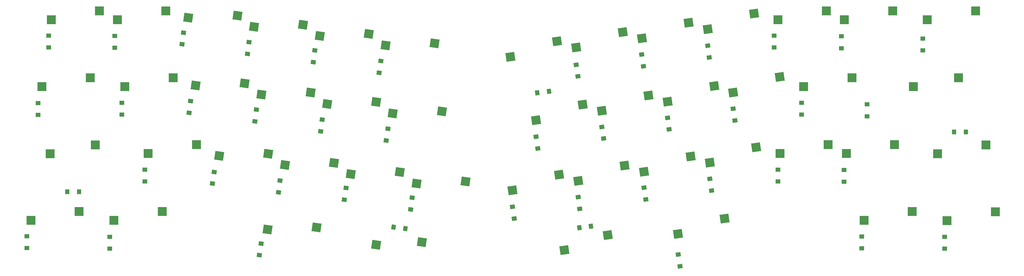
<source format=gbp>
G04 #@! TF.GenerationSoftware,KiCad,Pcbnew,(5.99.0-9176-ga1730d51ff)*
G04 #@! TF.CreationDate,2021-11-18T23:05:27-06:00*
G04 #@! TF.ProjectId,Concerto,436f6e63-6572-4746-9f2e-6b696361645f,rev?*
G04 #@! TF.SameCoordinates,Original*
G04 #@! TF.FileFunction,Paste,Bot*
G04 #@! TF.FilePolarity,Positive*
%FSLAX46Y46*%
G04 Gerber Fmt 4.6, Leading zero omitted, Abs format (unit mm)*
G04 Created by KiCad (PCBNEW (5.99.0-9176-ga1730d51ff)) date 2021-11-18 23:05:27*
%MOMM*%
%LPD*%
G01*
G04 APERTURE LIST*
G04 Aperture macros list*
%AMRotRect*
0 Rectangle, with rotation*
0 The origin of the aperture is its center*
0 $1 length*
0 $2 width*
0 $3 Rotation angle, in degrees counterclockwise*
0 Add horizontal line*
21,1,$1,$2,0,0,$3*%
G04 Aperture macros list end*
%ADD10R,2.550000X2.500000*%
%ADD11RotRect,2.550000X2.500000X352.000000*%
%ADD12RotRect,2.550000X2.500000X8.000000*%
%ADD13RotRect,1.200000X1.400000X98.000000*%
%ADD14R,1.400000X1.200000*%
%ADD15RotRect,1.200000X1.400000X188.000000*%
%ADD16RotRect,1.200000X1.400000X82.000000*%
%ADD17R,1.200000X1.400000*%
%ADD18RotRect,1.200000X1.400000X172.000000*%
G04 APERTURE END LIST*
D10*
X300790000Y-113160000D03*
X286940000Y-115700000D03*
D11*
X152225786Y-98184837D03*
X138157073Y-98772570D03*
X168955786Y-81314837D03*
X154887073Y-81902570D03*
D12*
X242371787Y-119124039D03*
X229010074Y-123566868D03*
D10*
X112790000Y-93920000D03*
X98940000Y-96460000D03*
D12*
X237538147Y-139126389D03*
X225090451Y-143440761D03*
D10*
X85820000Y-132390000D03*
X71970000Y-134930000D03*
D11*
X196685786Y-123704837D03*
X182617073Y-124292570D03*
D12*
X268081787Y-96304039D03*
X254720074Y-100746868D03*
D11*
X189895786Y-103534837D03*
X175827073Y-104122570D03*
D12*
X249211787Y-98974039D03*
X235850074Y-103416868D03*
X223531787Y-121794039D03*
X210170074Y-126236868D03*
D10*
X110680000Y-74670000D03*
X96830000Y-77210000D03*
D11*
X177835786Y-121024837D03*
X163767073Y-121612570D03*
X158955786Y-118394837D03*
X144887073Y-118982570D03*
D12*
X286901787Y-93664039D03*
X273540074Y-98106868D03*
D10*
X119460000Y-113160000D03*
X105610000Y-115700000D03*
X348730000Y-132410000D03*
X334880000Y-134950000D03*
D11*
X187835786Y-83974837D03*
X173767073Y-84562570D03*
X140085786Y-115744837D03*
X126017073Y-116332570D03*
D12*
X271011787Y-134374040D03*
X257650074Y-138816869D03*
D11*
X133325786Y-95554837D03*
X119257073Y-96142570D03*
D12*
X230331787Y-101624039D03*
X216970074Y-106066868D03*
D11*
X150065786Y-78674837D03*
X135997073Y-79262570D03*
D10*
X109650000Y-132390000D03*
X95800000Y-134930000D03*
X319290000Y-74690000D03*
X305440000Y-77230000D03*
D12*
X241801787Y-80769070D03*
X228440074Y-85211899D03*
D10*
X300260000Y-74670000D03*
X286410000Y-77210000D03*
D12*
X222961787Y-83419070D03*
X209600074Y-87861899D03*
D11*
X131225786Y-76014837D03*
X117157073Y-76602570D03*
X171075786Y-100864837D03*
X157007073Y-101452570D03*
D10*
X324900000Y-132390000D03*
X311050000Y-134930000D03*
D12*
X261291787Y-116504039D03*
X247930074Y-120946868D03*
D11*
X153945786Y-136924837D03*
X139877073Y-137512570D03*
D12*
X279551787Y-75459070D03*
X266190074Y-79901899D03*
D10*
X343095000Y-74690000D03*
X329245000Y-77230000D03*
D11*
X184202145Y-141182487D03*
X171047450Y-141898678D03*
D10*
X307620000Y-93950000D03*
X293770000Y-96490000D03*
D12*
X260671787Y-78119070D03*
X247310074Y-82561899D03*
D10*
X88980000Y-93940000D03*
X75130000Y-96480000D03*
X91660000Y-74660000D03*
X77810000Y-77200000D03*
X338192000Y-93945550D03*
X325265000Y-96485550D03*
X346040000Y-113180000D03*
X332190000Y-115720000D03*
D12*
X280141787Y-113854039D03*
X266780074Y-118296868D03*
D10*
X90442000Y-113205550D03*
X77515000Y-115745550D03*
X319840000Y-113170000D03*
X305990000Y-115710000D03*
D13*
X229496844Y-131601931D03*
X229023656Y-128235019D03*
D14*
X305370000Y-123807500D03*
X305370000Y-120407500D03*
D13*
X236316844Y-111381931D03*
X235843656Y-108015019D03*
D15*
X232723456Y-136543406D03*
X229356544Y-137016594D03*
D16*
X137523157Y-144911931D03*
X137996345Y-141545019D03*
D13*
X267316844Y-126331931D03*
X266843656Y-122965019D03*
X247756844Y-90581931D03*
X247283656Y-87215019D03*
D16*
X124063406Y-124343456D03*
X124536594Y-120976544D03*
X115303157Y-84291931D03*
X115776345Y-80925019D03*
D14*
X293130000Y-104487500D03*
X293130000Y-101087500D03*
D16*
X155093157Y-109331931D03*
X155566345Y-105965019D03*
D14*
X96030000Y-85267500D03*
X96030000Y-81867500D03*
D16*
X180933157Y-131781931D03*
X181406345Y-128415019D03*
D17*
X85830000Y-126680000D03*
X82430000Y-126680000D03*
D14*
X94560000Y-142997500D03*
X94560000Y-139597500D03*
D13*
X210646844Y-134351931D03*
X210173656Y-130985019D03*
X217436844Y-114241931D03*
X216963656Y-110875019D03*
D16*
X134113157Y-87021931D03*
X134586345Y-83655019D03*
X171903157Y-92451931D03*
X172376345Y-89085019D03*
D14*
X77050000Y-85217500D03*
X77050000Y-81817500D03*
X286330000Y-123747500D03*
X286330000Y-120347500D03*
X73990000Y-104617500D03*
X73990000Y-101217500D03*
X310400000Y-142977500D03*
X310400000Y-139577500D03*
X304600000Y-85407500D03*
X304600000Y-82007500D03*
D13*
X266656844Y-88081931D03*
X266183656Y-84715019D03*
D16*
X152993157Y-89421931D03*
X153466345Y-86055019D03*
D13*
X273996844Y-106171931D03*
X273523656Y-102805019D03*
D14*
X334210000Y-143027500D03*
X334210000Y-139627500D03*
X285250000Y-85197500D03*
X285250000Y-81797500D03*
D15*
X220653456Y-97793406D03*
X217286544Y-98266594D03*
D17*
X336900000Y-109460000D03*
X340300000Y-109460000D03*
D14*
X98100000Y-104527500D03*
X98100000Y-101127500D03*
D13*
X228966844Y-93531931D03*
X228493656Y-90165019D03*
D14*
X311930000Y-104970000D03*
X311930000Y-101570000D03*
D16*
X161933157Y-128961931D03*
X162406345Y-125595019D03*
D14*
X104710000Y-123747500D03*
X104710000Y-120347500D03*
D13*
X255146844Y-108761931D03*
X254673656Y-105395019D03*
X248426844Y-128841931D03*
X247953656Y-125475019D03*
D16*
X117333157Y-103951931D03*
X117806345Y-100585019D03*
X173933157Y-111941931D03*
X174406345Y-108575019D03*
D13*
X258256843Y-148081931D03*
X257783655Y-144715019D03*
D14*
X327960000Y-86060000D03*
X327960000Y-82660000D03*
X70800000Y-142887500D03*
X70800000Y-139487500D03*
D18*
X179403456Y-137286594D03*
X176036544Y-136813406D03*
D16*
X143003157Y-126861931D03*
X143476345Y-123495019D03*
X136213157Y-106451931D03*
X136686345Y-103085019D03*
M02*

</source>
